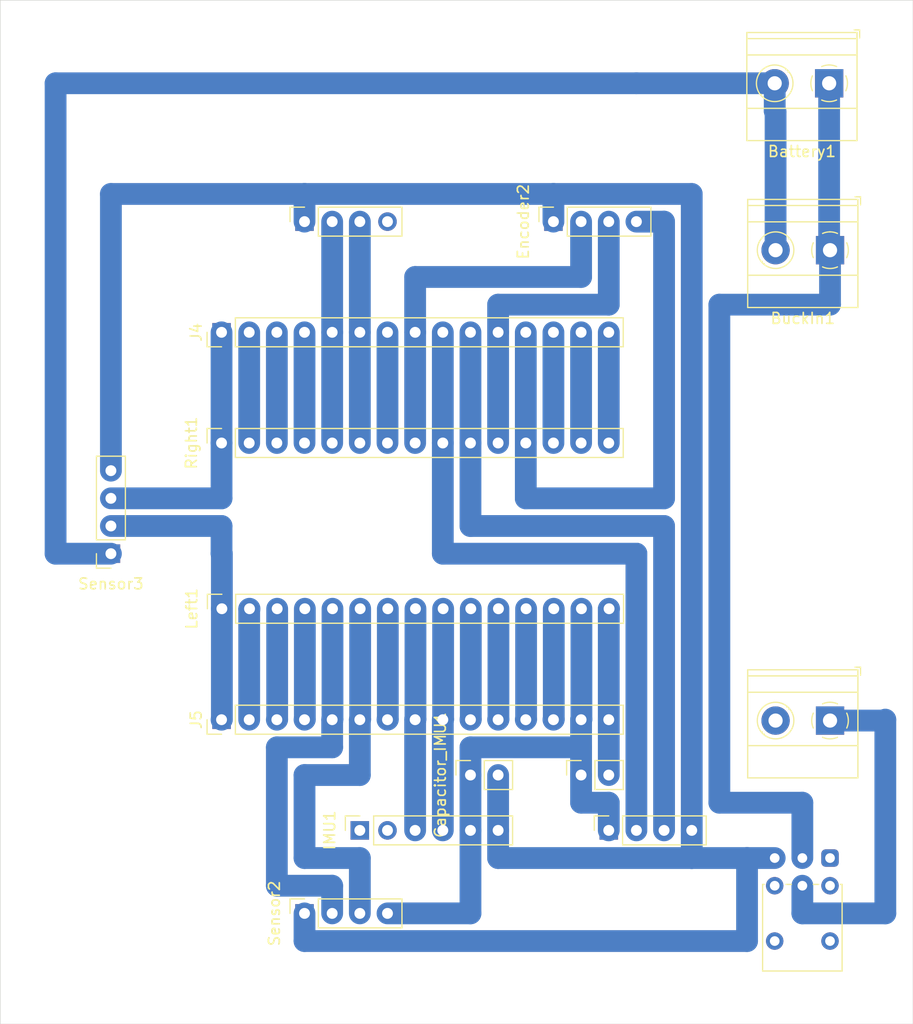
<source format=kicad_pcb>
(kicad_pcb (version 20240108) (generator "pcbnew") (generator_version "8.0")
  (layers (0 "F.Cu" signal) (31 "B.Cu" signal) (34 "B.Paste" user) (35 "F.Paste" user) (36 "B.SilkS" user "B.Silkscreen") (37 "F.SilkS" user "F.Silkscreen") (38 "B.Mask" user) (39 "F.Mask" user) (44 "Edge.Cuts" user))
  (net 0 "")
  (net 1 "12V")
  (net 2 "GND")
  (net 3 "5V")
  (net 4 "En1B")
  (net 5 "Vcc")
  (net 6 "En1A")
  (net 7 "En2A")
  (net 8 "En2B")
  (net 9 "SDA")
  (net 10 "SCL")
  (net 11 "unconnected-(J4-Pin_13-Pad13)")
  (net 12 "M1B")
  (net 13 "T3")
  (net 14 "unconnected-(J4-Pin_15-Pad15)")
  (net 15 "M1A")
  (net 16 "T1")
  (net 17 "E1")
  (net 18 "unconnected-(J4-Pin_14-Pad14)")
  (net 19 "M2B")
  (net 20 "M2A")
  (net 21 "unconnected-(J5-Pin_12-Pad12)")
  (net 22 "E3")
  (net 23 "unconnected-(J5-Pin_10-Pad10)")
  (net 24 "unconnected-(J5-Pin_4-Pad4)")
  (net 25 "unconnected-(J5-Pin_13-Pad13)")
  (net 26 "E2")
  (net 27 "T2")
  (net 28 "unconnected-(J5-Pin_2-Pad2)")
  (net 29 "unconnected-(J5-Pin_3-Pad3)")
  (net 30 "unconnected-(J5-Pin_11-Pad11)")
  (net 31 "unconnected-(J5-Pin_7-Pad7)")
  (net 34 "Vm")
  (footprint "Button_Switch_THT:SW_Push_2P2T_Vertical_E-Switch_800UDP8P1A1M6" (layer "F.Cu") (at 187.96 114.3 -90)
    (property "Reference" "KillSwitch1" (hide yes))
    (property "Value" "SW_Push_DPDT" (hide yes))
    (fp_line (start 2.42 6.19) (end 10.37 6.19) (stroke (width 0.12)) (layer "F.SilkS"))
    (fp_line (start 2.42 6.19) (end 2.42 6.04) (stroke (width 0.12)) (layer "F.SilkS"))
    (fp_line (start 10.37 6.19) (end 10.37 -1.11) (stroke (width 0.12)) (layer "F.SilkS"))
    (fp_line (start 2.42 4.04) (end 2.42 3.54) (stroke (width 0.12)) (layer "F.SilkS"))
    (fp_line (start 2.42 1.54) (end 2.42 1.04) (stroke (width 0.12)) (layer "F.SilkS"))
    (fp_line (start 2.42 -1.11) (end 2.42 -0.96) (stroke (width 0.12)) (layer "F.SilkS"))
    (fp_line (start 10.37 -1.11) (end 2.42 -1.11) (stroke (width 0.12)) (layer "F.SilkS"))
    (pad "" thru_hole circle (at 7.62 0 90) (size 1.6 1.6) (drill 0.89) (layers "*.Cu" "*.Mask"))
    (pad "" thru_hole circle (at 7.62 5.08 90) (size 1.6 1.6) (drill 0.89) (layers "*.Cu" "*.Mask"))
    (pad "1" thru_hole roundrect (at 0 0 90) (size 1.6 1.6) (drill 0.89) (layers "*.Cu" "*.Mask"))
    (pad "2" thru_hole circle (at 0 2.54 90) (size 1.6 1.6) (drill 0.89) (layers "*.Cu" "*.Mask") (net 1 "12V"))
    (pad "3" thru_hole circle (at 0 5.08 90) (size 1.6 1.6) (drill 0.89) (layers "*.Cu" "*.Mask") (net 5 "Vcc"))
    (pad "4" thru_hole circle (at 2.54 0 90) (size 1.6 1.6) (drill 0.89) (layers "*.Cu" "*.Mask"))
    (pad "5" thru_hole circle (at 2.54 2.54 90) (size 1.6 1.6) (drill 0.89) (layers "*.Cu" "*.Mask") (net 3 "5V"))
    (pad "6" thru_hole circle (at 2.54 5.08 90) (size 1.6 1.6) (drill 0.89) (layers "*.Cu" "*.Mask") (net 34 "Vm"))
  )
  (footprint "Connector_PinSocket_2.54mm:PinSocket_1x04_P2.54mm_Vertical" (layer "F.Cu") (at 167.64 111.76 90)
    (property "Reference" "Encoder1" (hide yes))
    (property "Value" "Conn_01x04_Socket")
    (fp_line (start 1.33 -1.33) (end 1.33 0) (stroke (width 0.12)) (layer "F.SilkS"))
    (fp_line (start 0 -1.33) (end 1.33 -1.33) (stroke (width 0.12)) (layer "F.SilkS"))
    (fp_line (start 1.33 1.27) (end 1.33 8.95) (stroke (width 0.12)) (layer "F.SilkS"))
    (fp_line (start -1.33 1.27) (end 1.33 1.27) (stroke (width 0.12)) (layer "F.SilkS"))
    (fp_line (start -1.33 1.27) (end -1.33 8.95) (stroke (width 0.12)) (layer "F.SilkS"))
    (fp_line (start -1.33 8.95) (end 1.33 8.95) (stroke (width 0.12)) (layer "F.SilkS"))
    (pad "1" thru_hole rect (at 0 0 90) (size 1.7 1.7) (drill 1) (layers "*.Cu" "*.Mask") (net 2 "GND"))
    (pad "2" thru_hole oval (at 0 2.54 90) (size 1.7 1.7) (drill 1) (layers "*.Cu" "*.Mask") (net 4 "En1B"))
    (pad "3" thru_hole oval (at 0 5.08 90) (size 1.7 1.7) (drill 1) (layers "*.Cu" "*.Mask") (net 6 "En1A"))
    (pad "4" thru_hole oval (at 0 7.62 90) (size 1.7 1.7) (drill 1) (layers "*.Cu" "*.Mask") (net 5 "Vcc"))
  )
  (footprint "Connector_PinSocket_2.54mm:PinSocket_1x02_P2.54mm_Vertical" (layer "F.Cu") (at 165.1 106.68 90)
    (property "Reference" "Capacitor_Nano1" (hide yes))
    (property "Value" "Conn_01x02_Socket")
    (fp_line (start 1.33 -1.33) (end 1.33 0) (stroke (width 0.12)) (layer "F.SilkS"))
    (fp_line (start 0 -1.33) (end 1.33 -1.33) (stroke (width 0.12)) (layer "F.SilkS"))
    (fp_line (start 1.33 1.27) (end 1.33 3.87) (stroke (width 0.12)) (layer "F.SilkS"))
    (fp_line (start -1.33 1.27) (end 1.33 1.27) (stroke (width 0.12)) (layer "F.SilkS"))
    (fp_line (start -1.33 1.27) (end -1.33 3.87) (stroke (width 0.12)) (layer "F.SilkS"))
    (fp_line (start -1.33 3.87) (end 1.33 3.87) (stroke (width 0.12)) (layer "F.SilkS"))
    (pad "1" thru_hole rect (at 0 0 90) (size 1.7 1.7) (drill 1) (layers "*.Cu" "*.Mask") (net 2 "GND"))
    (pad "2" thru_hole oval (at 0 2.54 90) (size 1.7 1.7) (drill 1) (layers "*.Cu" "*.Mask") (net 3 "5V"))
  )
  (footprint "Connector_PinSocket_2.54mm:PinSocket_1x15_P2.54mm_Vertical" (layer "F.Cu") (at 132.11 91.415 90)
    (property "Reference" "Left1" (at 0 -2.77 90) (layer "F.SilkS"))
    (property "Value" "Conn_01x15_Socket")
    (fp_line (start 1.33 -1.33) (end 1.33 0) (stroke (width 0.12)) (layer "F.SilkS"))
    (fp_line (start 0 -1.33) (end 1.33 -1.33) (stroke (width 0.12)) (layer "F.SilkS"))
    (fp_line (start 1.33 1.27) (end 1.33 36.89) (stroke (width 0.12)) (layer "F.SilkS"))
    (fp_line (start -1.33 1.27) (end 1.33 1.27) (stroke (width 0.12)) (layer "F.SilkS"))
    (fp_line (start -1.33 1.27) (end -1.33 36.89) (stroke (width 0.12)) (layer "F.SilkS"))
    (fp_line (start -1.33 36.89) (end 1.33 36.89) (stroke (width 0.12)) (layer "F.SilkS"))
    (pad "1" thru_hole rect (at 0 0 90) (size 1.7 1.7) (drill 1) (layers "*.Cu" "*.Mask") (net 22 "E3"))
    (pad "2" thru_hole oval (at 0 2.54 90) (size 1.7 1.7) (drill 1) (layers "*.Cu" "*.Mask") (net 28 "unconnected-(J5-Pin_2-Pad2)"))
    (pad "3" thru_hole oval (at 0 5.08 90) (size 1.7 1.7) (drill 1) (layers "*.Cu" "*.Mask") (net 29 "unconnected-(J5-Pin_3-Pad3)"))
    (pad "4" thru_hole oval (at 0 7.62 90) (size 1.7 1.7) (drill 1) (layers "*.Cu" "*.Mask") (net 24 "unconnected-(J5-Pin_4-Pad4)"))
    (pad "5" thru_hole oval (at 0 10.16 90) (size 1.7 1.7) (drill 1) (layers "*.Cu" "*.Mask") (net 27 "T2"))
    (pad "6" thru_hole oval (at 0 12.7 90) (size 1.7 1.7) (drill 1) (layers "*.Cu" "*.Mask") (net 26 "E2"))
    (pad "7" thru_hole oval (at 0 15.24 90) (size 1.7 1.7) (drill 1) (layers "*.Cu" "*.Mask") (net 31 "unconnected-(J5-Pin_7-Pad7)"))
    (pad "8" thru_hole oval (at 0 17.78 90) (size 1.7 1.7) (drill 1) (layers "*.Cu" "*.Mask") (net 9 "SDA"))
    (pad "9" thru_hole oval (at 0 20.32 90) (size 1.7 1.7) (drill 1) (layers "*.Cu" "*.Mask") (net 10 "SCL"))
    (pad "10" thru_hole oval (at 0 22.86 90) (size 1.7 1.7) (drill 1) (layers "*.Cu" "*.Mask") (net 23 "unconnected-(J5-Pin_10-Pad10)"))
    (pad "11" thru_hole oval (at 0 25.4 90) (size 1.7 1.7) (drill 1) (layers "*.Cu" "*.Mask") (net 30 "unconnected-(J5-Pin_11-Pad11)"))
    (pad "12" thru_hole oval (at 0 27.94 90) (size 1.7 1.7) (drill 1) (layers "*.Cu" "*.Mask") (net 21 "unconnected-(J5-Pin_12-Pad12)"))
    (pad "13" thru_hole oval (at 0 30.48 90) (size 1.7 1.7) (drill 1) (layers "*.Cu" "*.Mask") (net 25 "unconnected-(J5-Pin_13-Pad13)"))
    (pad "14" thru_hole oval (at 0 33.02 90) (size 1.7 1.7) (drill 1) (layers "*.Cu" "*.Mask") (net 2 "GND"))
    (pad "15" thru_hole oval (at 0 35.56 90) (size 1.7 1.7) (drill 1) (layers "*.Cu" "*.Mask") (net 3 "5V"))
  )
  (footprint "TerminalBlock_Phoenix:TerminalBlock_Phoenix_MKDS-1,5-2_1x02_P5.00mm_Horizontal" (layer "F.Cu") (at 187.96 101.68 180)
    (property "Reference" "BuckOut1" (hide yes))
    (property "Value" "Screw_Terminal_01x02" (hide yes))
    (fp_line (start 7.56 -5.261) (end 7.56 4.66) (stroke (width 0.12)) (layer "F.SilkS"))
    (fp_line (start 6.275 -1.069) (end 6.228 -1.023) (stroke (width 0.12)) (layer "F.SilkS"))
    (fp_line (start 6.07 -1.275) (end 6.035 -1.239) (stroke (width 0.12)) (layer "F.SilkS"))
    (fp_line (start 3.966 1.239) (end 3.931 1.274) (stroke (width 0.12)) (layer "F.SilkS"))
    (fp_line (start 3.773 1.023) (end 3.726 1.069) (stroke (width 0.12)) (layer "F.SilkS"))
    (fp_line (start -2.56 4.66) (end 7.56 4.66) (stroke (width 0.12)) (layer "F.SilkS"))
    (fp_line (start -2.56 4.1) (end 7.56 4.1) (stroke (width 0.12)) (layer "F.SilkS"))
    (fp_line (start -2.56 2.6) (end 7.56 2.6) (stroke (width 0.12)) (layer "F.SilkS"))
    (fp_line (start -2.56 -2.301) (end 7.56 -2.301) (stroke (width 0.12)) (layer "F.SilkS"))
    (fp_line (start -2.56 -5.261) (end 7.56 -5.261) (stroke (width 0.12)) (layer "F.SilkS"))
    (fp_line (start -2.56 -5.261) (end -2.56 4.66) (stroke (width 0.12)) (layer "F.SilkS"))
    (fp_line (start -2.8 4.9) (end -2.3 4.9) (stroke (width 0.12)) (layer "F.SilkS"))
    (fp_line (start -2.8 4.16) (end -2.8 4.9) (stroke (width 0.12)) (layer "F.SilkS"))
    (fp_arc (start 1.535427 -0.683042) (mid 1.680501 0.000524) (end 1.535 0.684) (stroke (width 0.12)) (layer "F.SilkS"))
    (fp_arc (start 0.683318 1.534756) (mid 0.349292 1.643288) (end 0 1.68) (stroke (width 0.12)) (layer "F.SilkS"))
    (fp_arc (start 0.028805 1.680253) (mid -0.335551 1.646659) (end -0.684 1.535) (stroke (width 0.12)) (layer "F.SilkS"))
    (fp_arc (start -0.683042 -1.535427) (mid 0.000524 -1.680501) (end 0.684 -1.535) (stroke (width 0.12)) (layer "F.SilkS"))
    (fp_arc (start -1.535427 0.683042) (mid -1.680501 -0.000524) (end -1.535 -0.684) (stroke (width 0.12)) (layer "F.SilkS"))
    (fp_circle (center 5 0) (end 6.68 0) (stroke (width 0.12)) (fill none) (layer "F.SilkS"))
    (pad "1" thru_hole rect (at 0 0 180) (size 2.6 2.6) (drill 1.3) (layers "*.Cu" "*.Mask") (net 3 "5V"))
    (pad "2" thru_hole circle (at 5 0 180) (size 2.6 2.6) (drill 1.3) (layers "*.Cu" "*.Mask") (net 2 "GND"))
  )
  (footprint "Connector_PinSocket_2.54mm:PinSocket_1x04_P2.54mm_Vertical" (layer "F.Cu") (at 139.7 119.38 90)
    (property "Reference" "Sensor2" (at 0 -2.77 90) (layer "F.SilkS"))
    (property "Value" "Conn_01x04_Socket")
    (fp_line (start 1.33 -1.33) (end 1.33 0) (stroke (width 0.12)) (layer "F.SilkS"))
    (fp_line (start 0 -1.33) (end 1.33 -1.33) (stroke (width 0.12)) (layer "F.SilkS"))
    (fp_line (start 1.33 1.27) (end 1.33 8.95) (stroke (width 0.12)) (layer "F.SilkS"))
    (fp_line (start -1.33 1.27) (end 1.33 1.27) (stroke (width 0.12)) (layer "F.SilkS"))
    (fp_line (start -1.33 1.27) (end -1.33 8.95) (stroke (width 0.12)) (layer "F.SilkS"))
    (fp_line (start -1.33 8.95) (end 1.33 8.95) (stroke (width 0.12)) (layer "F.SilkS"))
    (pad "1" thru_hole rect (at 0 0 90) (size 1.7 1.7) (drill 1) (layers "*.Cu" "*.Mask") (net 5 "Vcc"))
    (pad "2" thru_hole oval (at 0 2.54 90) (size 1.7 1.7) (drill 1) (layers "*.Cu" "*.Mask") (net 27 "T2"))
    (pad "3" thru_hole oval (at 0 5.08 90) (size 1.7 1.7) (drill 1) (layers "*.Cu" "*.Mask") (net 26 "E2"))
    (pad "4" thru_hole oval (at 0 7.62 90) (size 1.7 1.7) (drill 1) (layers "*.Cu" "*.Mask") (net 2 "GND"))
  )
  (footprint "Connector_PinSocket_2.54mm:PinSocket_1x04_P2.54mm_Vertical" (layer "F.Cu") (at 139.7 55.88 90)
    (property "Reference" "Sensor1" (hide yes))
    (property "Value" "Conn_01x04_Socket")
    (fp_line (start 1.33 -1.33) (end 1.33 0) (stroke (width 0.12)) (layer "F.SilkS"))
    (fp_line (start 0 -1.33) (end 1.33 -1.33) (stroke (width 0.12)) (layer "F.SilkS"))
    (fp_line (start 1.33 1.27) (end 1.33 8.95) (stroke (width 0.12)) (layer "F.SilkS"))
    (fp_line (start -1.33 1.27) (end 1.33 1.27) (stroke (width 0.12)) (layer "F.SilkS"))
    (fp_line (start -1.33 1.27) (end -1.33 8.95) (stroke (width 0.12)) (layer "F.SilkS"))
    (fp_line (start -1.33 8.95) (end 1.33 8.95) (stroke (width 0.12)) (layer "F.SilkS"))
    (pad "1" thru_hole rect (at 0 0 90) (size 1.7 1.7) (drill 1) (layers "*.Cu" "*.Mask") (net 5 "Vcc"))
    (pad "2" thru_hole oval (at 0 2.54 90) (size 1.7 1.7) (drill 1) (layers "*.Cu" "*.Mask") (net 16 "T1"))
    (pad "3" thru_hole oval (at 0 5.08 90) (size 1.7 1.7) (drill 1) (layers "*.Cu" "*.Mask") (net 17 "E1"))
    (pad "4" thru_hole oval (at 0 7.62 90) (size 1.7 1.7) (drill 1) (layers "*.Cu" "*.Mask") (net 2 "GND"))
  )
  (footprint "Connector_PinSocket_2.54mm:PinSocket_1x04_P2.54mm_Vertical" (layer "F.Cu") (at 121.92 86.36 180)
    (property "Reference" "Sensor3" (at 0 -2.77 360) (layer "F.SilkS"))
    (property "Value" "Conn_01x04_Socket" (hide yes))
    (fp_line (start 1.33 1.27) (end 1.33 8.95) (stroke (width 0.12)) (layer "F.SilkS"))
    (fp_line (start 1.33 -1.33) (end 1.33 0) (stroke (width 0.12)) (layer "F.SilkS"))
    (fp_line (start 0 -1.33) (end 1.33 -1.33) (stroke (width 0.12)) (layer "F.SilkS"))
    (fp_line (start -1.33 8.95) (end 1.33 8.95) (stroke (width 0.12)) (layer "F.SilkS"))
    (fp_line (start -1.33 1.27) (end 1.33 1.27) (stroke (width 0.12)) (layer "F.SilkS"))
    (fp_line (start -1.33 1.27) (end -1.33 8.95) (stroke (width 0.12)) (layer "F.SilkS"))
    (pad "1" thru_hole rect (at 0 0 180) (size 1.7 1.7) (drill 1) (layers "*.Cu" "*.Mask") (net 2 "GND"))
    (pad "2" thru_hole oval (at 0 2.54 180) (size 1.7 1.7) (drill 1) (layers "*.Cu" "*.Mask") (net 22 "E3"))
    (pad "3" thru_hole oval (at 0 5.08 180) (size 1.7 1.7) (drill 1) (layers "*.Cu" "*.Mask") (net 13 "T3"))
    (pad "4" thru_hole oval (at 0 7.62 180) (size 1.7 1.7) (drill 1) (layers "*.Cu" "*.Mask") (net 5 "Vcc"))
  )
  (footprint "Connector_PinSocket_2.54mm:PinSocket_1x06_P2.54mm_Vertical" (layer "F.Cu") (at 144.78 111.76 90)
    (property "Reference" "IMU1" (at 0 -2.77 90) (layer "F.SilkS"))
    (property "Value" "Conn_01x06_Socket" (hide yes))
    (fp_line (start 1.33 -1.33) (end 1.33 0) (stroke (width 0.12)) (layer "F.SilkS"))
    (fp_line (start 0 -1.33) (end 1.33 -1.33) (stroke (width 0.12)) (layer "F.SilkS"))
    (fp_line (start 1.33 1.27) (end 1.33 14.03) (stroke (width 0.12)) (layer "F.SilkS"))
    (fp_line (start -1.33 1.27) (end 1.33 1.27) (stroke (width 0.12)) (layer "F.SilkS"))
    (fp_line (start -1.33 1.27) (end -1.33 14.03) (stroke (width 0.12)) (layer "F.SilkS"))
    (fp_line (start -1.33 14.03) (end 1.33 14.03) (stroke (width 0.12)) (layer "F.SilkS"))
    (pad "1" thru_hole rect (at 0 0 90) (size 1.7 1.7) (drill 1) (layers "*.Cu" "*.Mask"))
    (pad "2" thru_hole oval (at 0 2.54 90) (size 1.7 1.7) (drill 1) (layers "*.Cu" "*.Mask"))
    (pad "3" thru_hole oval (at 0 5.08 90) (size 1.7 1.7) (drill 1) (layers "*.Cu" "*.Mask") (net 9 "SDA"))
    (pad "4" thru_hole oval (at 0 7.62 90) (size 1.7 1.7) (drill 1) (layers "*.Cu" "*.Mask") (net 10 "SCL"))
    (pad "5" thru_hole oval (at 0 10.16 90) (size 1.7 1.7) (drill 1) (layers "*.Cu" "*.Mask") (net 2 "GND"))
    (pad "6" thru_hole oval (at 0 12.7 90) (size 1.7 1.7) (drill 1) (layers "*.Cu" "*.Mask") (net 5 "Vcc"))
  )
  (footprint "TerminalBlock_Phoenix:TerminalBlock_Phoenix_MKDS-1,5-2_1x02_P5.00mm_Horizontal" (layer "F.Cu") (at 187.96 58.5 180)
    (property "Reference" "BuckIn1" (at 2.5 -6.26 360) (layer "F.SilkS"))
    (property "Value" "Screw_Terminal_01x02")
    (fp_line (start 7.56 -5.261) (end 7.56 4.66) (stroke (width 0.12)) (layer "F.SilkS"))
    (fp_line (start 6.275 -1.069) (end 6.228 -1.023) (stroke (width 0.12)) (layer "F.SilkS"))
    (fp_line (start 6.07 -1.275) (end 6.035 -1.239) (stroke (width 0.12)) (layer "F.SilkS"))
    (fp_line (start 3.966 1.239) (end 3.931 1.274) (stroke (width 0.12)) (layer "F.SilkS"))
    (fp_line (start 3.773 1.023) (end 3.726 1.069) (stroke (width 0.12)) (layer "F.SilkS"))
    (fp_line (start -2.56 4.66) (end 7.56 4.66) (stroke (width 0.12)) (layer "F.SilkS"))
    (fp_line (start -2.56 4.1) (end 7.56 4.1) (stroke (width 0.12)) (layer "F.SilkS"))
    (fp_line (start -2.56 2.6) (end 7.56 2.6) (stroke (width 0.12)) (layer "F.SilkS"))
    (fp_line (start -2.56 -2.301) (end 7.56 -2.301) (stroke (width 0.12)) (layer "F.SilkS"))
    (fp_line (start -2.56 -5.261) (end 7.56 -5.261) (stroke (width 0.12)) (layer "F.SilkS"))
    (fp_line (start -2.56 -5.261) (end -2.56 4.66) (stroke (width 0.12)) (layer "F.SilkS"))
    (fp_line (start -2.8 4.9) (end -2.3 4.9) (stroke (width 0.12)) (layer "F.SilkS"))
    (fp_line (start -2.8 4.16) (end -2.8 4.9) (stroke (width 0.12)) (layer "F.SilkS"))
    (fp_arc (start 1.535427 -0.683042) (mid 1.680501 0.000524) (end 1.535 0.684) (stroke (width 0.12)) (layer "F.SilkS"))
    (fp_arc (start 0.683318 1.534756) (mid 0.349292 1.643288) (end 0 1.68) (stroke (width 0.12)) (layer "F.SilkS"))
    (fp_arc (start 0.028805 1.680253) (mid -0.335551 1.646659) (end -0.684 1.535) (stroke (width 0.12)) (layer "F.SilkS"))
    (fp_arc (start -0.683042 -1.535427) (mid 0.000524 -1.680501) (end 0.684 -1.535) (stroke (width 0.12)) (layer "F.SilkS"))
    (fp_arc (start -1.535427 0.683042) (mid -1.680501 -0.000524) (end -1.535 -0.684) (stroke (width 0.12)) (layer "F.SilkS"))
    (fp_circle (center 5 0) (end 6.68 0) (stroke (width 0.12)) (fill none) (layer "F.SilkS"))
    (pad "1" thru_hole rect (at 0 0 180) (size 2.6 2.6) (drill 1.3) (layers "*.Cu" "*.Mask") (net 1 "12V"))
    (pad "2" thru_hole circle (at 5 0 180) (size 2.6 2.6) (drill 1.3) (layers "*.Cu" "*.Mask") (net 2 "GND"))
  )
  (footprint "Connector_PinSocket_2.54mm:PinSocket_1x02_P2.54mm_Vertical" (layer "F.Cu") (at 154.94 106.68 90)
    (property "Reference" "Capacitor_IMU1" (at 0 -2.77 90) (layer "F.SilkS"))
    (property "Value" "Conn_01x02_Socket")
    (fp_line (start 1.33 -1.33) (end 1.33 0) (stroke (width 0.12)) (layer "F.SilkS"))
    (fp_line (start 0 -1.33) (end 1.33 -1.33) (stroke (width 0.12)) (layer "F.SilkS"))
    (fp_line (start 1.33 1.27) (end 1.33 3.87) (stroke (width 0.12)) (layer "F.SilkS"))
    (fp_line (start -1.33 1.27) (end 1.33 1.27) (stroke (width 0.12)) (layer "F.SilkS"))
    (fp_line (start -1.33 1.27) (end -1.33 3.87) (stroke (width 0.12)) (layer "F.SilkS"))
    (fp_line (start -1.33 3.87) (end 1.33 3.87) (stroke (width 0.12)) (layer "F.SilkS"))
    (pad "1" thru_hole rect (at 0 0 90) (size 1.7 1.7) (drill 1) (layers "*.Cu" "*.Mask") (net 2 "GND"))
    (pad "2" thru_hole oval (at 0 2.54 90) (size 1.7 1.7) (drill 1) (layers "*.Cu" "*.Mask") (net 5 "Vcc"))
  )
  (footprint "Connector_PinSocket_2.54mm:PinSocket_1x15_P2.54mm_Vertical" (layer "F.Cu") (at 132.08 76.2 90)
    (property "Reference" "Right1" (at 0 -2.77 90) (layer "F.SilkS"))
    (property "Value" "Conn_01x15_Socket")
    (fp_line (start 1.33 -1.33) (end 1.33 0) (stroke (width 0.12)) (layer "F.SilkS"))
    (fp_line (start 0 -1.33) (end 1.33 -1.33) (stroke (width 0.12)) (layer "F.SilkS"))
    (fp_line (start 1.33 1.27) (end 1.33 36.89) (stroke (width 0.12)) (layer "F.SilkS"))
    (fp_line (start -1.33 1.27) (end 1.33 1.27) (stroke (width 0.12)) (layer "F.SilkS"))
    (fp_line (start -1.33 1.27) (end -1.33 36.89) (stroke (width 0.12)) (layer "F.SilkS"))
    (fp_line (start -1.33 36.89) (end 1.33 36.89) (stroke (width 0.12)) (layer "F.SilkS"))
    (pad "1" thru_hole rect (at 0 0 90) (size 1.7 1.7) (drill 1) (layers "*.Cu" "*.Mask") (net 13 "T3"))
    (pad "2" thru_hole oval (at 0 2.54 90) (size 1.7 1.7) (drill 1) (layers "*.Cu" "*.Mask") (net 15 "M1A"))
    (pad "3" thru_hole oval (at 0 5.08 90) (size 1.7 1.7) (drill 1) (layers "*.Cu" "*.Mask") (net 12 "M1B"))
    (pad "4" thru_hole oval (at 0 7.62 90) (size 1.7 1.7) (drill 1) (layers "*.Cu" "*.Mask") (net 19 "M2B"))
    (pad "5" thru_hole oval (at 0 10.16 90) (size 1.7 1.7) (drill 1) (layers "*.Cu" "*.Mask") (net 16 "T1"))
    (pad "6" thru_hole oval (at 0 12.7 90) (size 1.7 1.7) (drill 1) (layers "*.Cu" "*.Mask") (net 17 "E1"))
    (pad "7" thru_hole oval (at 0 15.24 90) (size 1.7 1.7) (drill 1) (layers "*.Cu" "*.Mask") (net 20 "M2A"))
    (pad "8" thru_hole oval (at 0 17.78 90) (size 1.7 1.7) (drill 1) (layers "*.Cu" "*.Mask") (net 7 "En2A"))
    (pad "9" thru_hole oval (at 0 20.32 90) (size 1.7 1.7) (drill 1) (layers "*.Cu" "*.Mask") (net 4 "En1B"))
    (pad "10" thru_hole oval (at 0 22.86 90) (size 1.7 1.7) (drill 1) (layers "*.Cu" "*.Mask") (net 6 "En1A"))
    (pad "11" thru_hole oval (at 0 25.4 90) (size 1.7 1.7) (drill 1) (layers "*.Cu" "*.Mask") (net 8 "En2B"))
    (pad "12" thru_hole oval (at 0 27.94 90) (size 1.7 1.7) (drill 1) (layers "*.Cu" "*.Mask") (net 2 "GND"))
    (pad "13" thru_hole oval (at 0 30.48 90) (size 1.7 1.7) (drill 1) (layers "*.Cu" "*.Mask") (net 11 "unconnected-(J4-Pin_13-Pad13)"))
    (pad "14" thru_hole oval (at 0 33.02 90) (size 1.7 1.7) (drill 1) (layers "*.Cu" "*.Mask") (net 18 "unconnected-(J4-Pin_14-Pad14)"))
    (pad "15" thru_hole oval (at 0 35.56 90) (size 1.7 1.7) (drill 1) (layers "*.Cu" "*.Mask") (net 14 "unconnected-(J4-Pin_15-Pad15)"))
  )
  (footprint "Connector_PinHeader_2.54mm:PinHeader_1x15_P2.54mm_Vertical" (layer "F.Cu") (at 132.08 66.04 90)
    (property "Reference" "J4" (at 0 -2.33 90) (layer "F.SilkS"))
    (property "Value" "Conn_01x15_Pin")
    (fp_line (start -1.33 -1.33) (end 0 -1.33) (stroke (width 0.12)) (layer "F.SilkS"))
    (fp_line (start -1.33 0) (end -1.33 -1.33) (stroke (width 0.12)) (layer "F.SilkS"))
    (fp_line (start 1.33 1.27) (end 1.33 36.89) (stroke (width 0.12)) (layer "F.SilkS"))
    (fp_line (start -1.33 1.27) (end 1.33 1.27) (stroke (width 0.12)) (layer "F.SilkS"))
    (fp_line (start -1.33 1.27) (end -1.33 36.89) (stroke (width 0.12)) (layer "F.SilkS"))
    (fp_line (start -1.33 36.89) (end 1.33 36.89) (stroke (width 0.12)) (layer "F.SilkS"))
    (pad "1" thru_hole rect (at 0 0 90) (size 1.7 1.7) (drill 1) (layers "*.Cu" "*.Mask") (net 13 "T3"))
    (pad "2" thru_hole oval (at 0 2.54 90) (size 1.7 1.7) (drill 1) (layers "*.Cu" "*.Mask") (net 15 "M1A"))
    (pad "3" thru_hole oval (at 0 5.08 90) (size 1.7 1.7) (drill 1) (layers "*.Cu" "*.Mask") (net 12 "M1B"))
    (pad "4" thru_hole oval (at 0 7.62 90) (size 1.7 1.7) (drill 1) (layers "*.Cu" "*.Mask") (net 19 "M2B"))
    (pad "5" thru_hole oval (at 0 10.16 90) (size 1.7 1.7) (drill 1) (layers "*.Cu" "*.Mask") (net 16 "T1"))
    (pad "6" thru_hole oval (at 0 12.7 90) (size 1.7 1.7) (drill 1) (layers "*.Cu" "*.Mask") (net 17 "E1"))
    (pad "7" thru_hole oval (at 0 15.24 90) (size 1.7 1.7) (drill 1) (layers "*.Cu" "*.Mask") (net 20 "M2A"))
    (pad "8" thru_hole oval (at 0 17.78 90) (size 1.7 1.7) (drill 1) (layers "*.Cu" "*.Mask") (net 7 "En2A"))
    (pad "9" thru_hole oval (at 0 20.32 90) (size 1.7 1.7) (drill 1) (layers "*.Cu" "*.Mask") (net 4 "En1B"))
    (pad "10" thru_hole oval (at 0 22.86 90) (size 1.7 1.7) (drill 1) (layers "*.Cu" "*.Mask") (net 6 "En1A"))
    (pad "11" thru_hole oval (at 0 25.4 90) (size 1.7 1.7) (drill 1) (layers "*.Cu" "*.Mask") (net 8 "En2B"))
    (pad "12" thru_hole oval (at 0 27.94 90) (size 1.7 1.7) (drill 1) (layers "*.Cu" "*.Mask") (net 2 "GND"))
    (pad "13" thru_hole oval (at 0 30.48 90) (size 1.7 1.7) (drill 1) (layers "*.Cu" "*.Mask") (net 11 "unconnected-(J4-Pin_13-Pad13)"))
    (pad "14" thru_hole oval (at 0 33.02 90) (size 1.7 1.7) (drill 1) (layers "*.Cu" "*.Mask") (net 18 "unconnected-(J4-Pin_14-Pad14)"))
    (pad "15" thru_hole oval (at 0 35.56 90) (size 1.7 1.7) (drill 1) (layers "*.Cu" "*.Mask") (net 14 "unconnected-(J4-Pin_15-Pad15)"))
  )
  (footprint "TerminalBlock_Phoenix:TerminalBlock_Phoenix_MKDS-1,5-2_1x02_P5.00mm_Horizontal" (layer "F.Cu") (at 187.88 43.18 180)
    (property "Reference" "Battery1" (at 2.5 -6.26 360) (layer "F.SilkS"))
    (property "Value" "Screw_Terminal_01x02")
    (fp_line (start 7.56 -5.261) (end 7.56 4.66) (stroke (width 0.12)) (layer "F.SilkS"))
    (fp_line (start 6.275 -1.069) (end 6.228 -1.023) (stroke (width 0.12)) (layer "F.SilkS"))
    (fp_line (start 6.07 -1.275) (end 6.035 -1.239) (stroke (width 0.12)) (layer "F.SilkS"))
    (fp_line (start 3.966 1.239) (end 3.931 1.274) (stroke (width 0.12)) (layer "F.SilkS"))
    (fp_line (start 3.773 1.023) (end 3.726 1.069) (stroke (width 0.12)) (layer "F.SilkS"))
    (fp_line (start -2.56 4.66) (end 7.56 4.66) (stroke (width 0.12)) (layer "F.SilkS"))
    (fp_line (start -2.56 4.1) (end 7.56 4.1) (stroke (width 0.12)) (layer "F.SilkS"))
    (fp_line (start -2.56 2.6) (end 7.56 2.6) (stroke (width 0.12)) (layer "F.SilkS"))
    (fp_line (start -2.56 -2.301) (end 7.56 -2.301) (stroke (width 0.12)) (layer "F.SilkS"))
    (fp_line (start -2.56 -5.261) (end 7.56 -5.261) (stroke (width 0.12)) (layer "F.SilkS"))
    (fp_line (start -2.56 -5.261) (end -2.56 4.66) (stroke (width 0.12)) (layer "F.SilkS"))
    (fp_line (start -2.8 4.9) (end -2.3 4.9) (stroke (width 0.12)) (layer "F.SilkS"))
    (fp_line (start -2.8 4.16) (end -2.8 4.9) (stroke (width 0.12)) (layer "F.SilkS"))
    (fp_arc (start 1.535427 -0.683042) (mid 1.680501 0.000524) (end 1.535 0.684) (stroke (width 0.12)) (layer "F.SilkS"))
    (fp_arc (start 0.683318 1.534756) (mid 0.349292 1.643288) (end 0 1.68) (stroke (width 0.12)) (layer "F.SilkS"))
    (fp_arc (start 0.028805 1.680253) (mid -0.335551 1.646659) (end -0.684 1.535) (stroke (width 0.12)) (layer "F.SilkS"))
    (fp_arc (start -0.683042 -1.535427) (mid 0.000524 -1.680501) (end 0.684 -1.535) (stroke (width 0.12)) (layer "F.SilkS"))
    (fp_arc (start -1.535427 0.683042) (mid -1.680501 -0.000524) (end -1.535 -0.684) (stroke (width 0.12)) (layer "F.SilkS"))
    (fp_circle (center 5 0) (end 6.68 0) (stroke (width 0.12)) (fill none) (layer "F.SilkS"))
    (pad "1" thru_hole rect (at 0 0 180) (size 2.6 2.6) (drill 1.3) (layers "*.Cu" "*.Mask") (net 1 "12V"))
    (pad "2" thru_hole circle (at 5 0 180) (size 2.6 2.6) (drill 1.3) (layers "*.Cu" "*.Mask") (net 2 "GND"))
  )
  (footprint "Connector_PinHeader_2.54mm:PinHeader_1x15_P2.54mm_Vertical" (layer "F.Cu") (at 132.08 101.6 90)
    (property "Reference" "J5" (at 0 -2.33 90) (layer "F.SilkS"))
    (property "Value" "Conn_01x15_Pin")
    (fp_line (start -1.33 -1.33) (end 0 -1.33) (stroke (width 0.12)) (layer "F.SilkS"))
    (fp_line (start -1.33 0) (end -1.33 -1.33) (stroke (width 0.12)) (layer "F.SilkS"))
    (fp_line (start 1.33 1.27) (end 1.33 36.89) (stroke (width 0.12)) (layer "F.SilkS"))
    (fp_line (start -1.33 1.27) (end 1.33 1.27) (stroke (width 0.12)) (layer "F.SilkS"))
    (fp_line (start -1.33 1.27) (end -1.33 36.89) (stroke (width 0.12)) (layer "F.SilkS"))
    (fp_line (start -1.33 36.89) (end 1.33 36.89) (stroke (width 0.12)) (layer "F.SilkS"))
    (pad "1" thru_hole rect (at 0 0 90) (size 1.7 1.7) (drill 1) (layers "*.Cu" "*.Mask") (net 22 "E3"))
    (pad "2" thru_hole oval (at 0 2.54 90) (size 1.7 1.7) (drill 1) (layers "*.Cu" "*.Mask") (net 28 "unconnected-(J5-Pin_2-Pad2)"))
    (pad "3" thru_hole oval (at 0 5.08 90) (size 1.7 1.7) (drill 1) (layers "*.Cu" "*.Mask") (net 29 "unconnected-(J5-Pin_3-Pad3)"))
    (pad "4" thru_hole oval (at 0 7.62 90) (size 1.7 1.7) (drill 1) (layers "*.Cu" "*.Mask") (net 24 "unconnected-(J5-Pin_4-Pad4)"))
    (pad "5" thru_hole oval (at 0 10.16 90) (size 1.7 1.7) (drill 1) (layers "*.Cu" "*.Mask") (net 27 "T2"))
    (pad "6" thru_hole oval (at 0 12.7 90) (size 1.7 1.7) (drill 1) (layers "*.Cu" "*.Mask") (net 26 "E2"))
    (pad "7" thru_hole oval (at 0 15.24 90) (size 1.7 1.7) (drill 1) (layers "*.Cu" "*.Mask") (net 31 "unconnected-(J5-Pin_7-Pad7)"))
    (pad "8" thru_hole oval (at 0 17.78 90) (size 1.7 1.7) (drill 1) (layers "*.Cu" "*.Mask") (net 9 "SDA"))
    (pad "9" thru_hole oval (at 0 20.32 90) (size 1.7 1.7) (drill 1) (layers "*.Cu" "*.Mask") (net 10 "SCL"))
    (pad "10" thru_hole oval (at 0 22.86 90) (size 1.7 1.7) (drill 1) (layers "*.Cu" "*.Mask") (net 23 "unconnected-(J5-Pin_10-Pad10)"))
    (pad "11" thru_hole oval (at 0 25.4 90) (size 1.7 1.7) (drill 1) (layers "*.Cu" "*.Mask") (net 30 "unconnected-(J5-Pin_11-Pad11)"))
    (pad "12" thru_hole oval (at 0 27.94 90) (size 1.7 1.7) (drill 1) (layers "*.Cu" "*.Mask") (net 21 "unconnected-(J5-Pin_12-Pad12)"))
    (pad "13" thru_hole oval (at 0 30.48 90) (size 1.7 1.7) (drill 1) (layers "*.Cu" "*.Mask") (net 25 "unconnected-(J5-Pin_13-Pad13)"))
    (pad "14" thru_hole oval (at 0 33.02 90) (size 1.7 1.7) (drill 1) (layers "*.Cu" "*.Mask") (net 2 "GND"))
    (pad "15" thru_hole oval (at 0 35.56 90) (size 1.7 1.7) (drill 1) (layers "*.Cu" "*.Mask") (net 3 "5V"))
  )
  (footprint "Connector_PinSocket_2.54mm:PinSocket_1x04_P2.54mm_Vertical" (layer "F.Cu") (at 162.56 55.88 90)
    (property "Reference" "Encoder2" (at 0 -2.77 90) (layer "F.SilkS"))
    (property "Value" "Conn_01x04_Socket")
    (fp_line (start 1.33 -1.33) (end 1.33 0) (stroke (width 0.12)) (layer "F.SilkS"))
    (fp_line (start 0 -1.33) (end 1.33 -1.33) (stroke (width 0.12)) (layer "F.SilkS"))
    (fp_line (start 1.33 1.27) (end 1.33 8.95) (stroke (width 0.12)) (layer "F.SilkS"))
    (fp_line (start -1.33 1.27) (end 1.33 1.27) (stroke (width 0.12)) (layer "F.SilkS"))
    (fp_line (start -1.33 1.27) (end -1.33 8.95) (stroke (width 0.12)) (layer "F.SilkS"))
    (fp_line (start -1.33 8.95) (end 1.33 8.95) (stroke (width 0.12)) (layer "F.SilkS"))
    (pad "1" thru_hole rect (at 0 0 90) (size 1.7 1.7) (drill 1) (layers "*.Cu" "*.Mask") (net 5 "Vcc"))
    (pad "2" thru_hole oval (at 0 2.54 90) (size 1.7 1.7) (drill 1) (layers "*.Cu" "*.Mask") (net 7 "En2A"))
    (pad "3" thru_hole oval (at 0 5.08 90) (size 1.7 1.7) (drill 1) (layers "*.Cu" "*.Mask") (net 8 "En2B"))
    (pad "4" thru_hole oval (at 0 7.62 90) (size 1.7 1.7) (drill 1) (layers "*.Cu" "*.Mask") (net 2 "GND"))
  )
  (gr_line (start 195.58 35.56) (end 195.58 129.54) (stroke (width 0.05)) (layer "Edge.Cuts"))
  (gr_line (start 111.76 35.56) (end 111.76 129.54) (stroke (width 0.05)) (layer "Edge.Cuts"))
  (gr_line (start 195.58 129.54) (end 111.76 129.54) (stroke (width 0.05)) (layer "Edge.Cuts"))
  (gr_line (start 111.76 35.56) (end 195.58 35.56) (stroke (width 0.05)) (layer "Edge.Cuts"))
  (segment (start 187.88 58.42) (end 187.96 58.5) (width 2) (layer "B.Cu") (net 1))
  (segment (start 185.42 109.22) (end 185.42 114.3) (width 2) (layer "B.Cu") (net 1))
  (segment (start 177.8 63.5) (end 187.96 63.5) (width 2) (layer "B.Cu") (net 1))
  (segment (start 177.8 109.22) (end 177.8 63.5) (width 2) (layer "B.Cu") (net 1))
  (segment (start 187.96 63.5) (end 187.96 58.5) (width 2) (layer "B.Cu") (net 1))
  (segment (start 187.88 43.18) (end 187.88 58.42) (width 2) (layer "B.Cu") (net 1))
  (segment (start 177.8 109.22) (end 185.42 109.22) (width 2) (layer "B.Cu") (net 1))
  (segment (start 154.94 119.38) (end 154.94 111.76) (width 2) (layer "B.Cu") (net 2))
  (segment (start 182.88 43.18) (end 182.88 45.72) (width 2) (layer "B.Cu") (net 2))
  (segment (start 182.88 43.18) (end 170.18 43.18) (width 2) (layer "B.Cu") (net 2))
  (segment (start 147.32 119.38) (end 154.94 119.38) (width 2) (layer "B.Cu") (net 2))
  (segment (start 165.13 91.415) (end 165.13 101.57) (width 2) (layer "B.Cu") (net 2))
  (segment (start 160.02 76.2) (end 160.02 66.04) (width 2) (layer "B.Cu") (net 2))
  (segment (start 165.1 109.22) (end 167.64 109.22) (width 2) (layer "B.Cu") (net 2))
  (segment (start 182.96 55.88) (end 182.96 58.5) (width 2) (layer "B.Cu") (net 2))
  (segment (start 182.88 45.72) (end 182.96 45.8) (width 2) (layer "B.Cu") (net 2))
  (segment (start 172.72 55.88) (end 170.18 55.88) (width 2) (layer "B.Cu") (net 2))
  (segment (start 165.13 101.57) (end 165.1 101.6) (width 2) (layer "B.Cu") (net 2))
  (segment (start 170.18 43.18) (end 116.84 43.18) (width 2) (layer "B.Cu") (net 2))
  (segment (start 165.1 104.14) (end 165.1 101.6) (width 2) (layer "B.Cu") (net 2))
  (segment (start 116.84 43.18) (end 116.84 86.36) (width 2) (layer "B.Cu") (net 2))
  (segment (start 165.1 106.68) (end 165.1 109.22) (width 2) (layer "B.Cu") (net 2))
  (segment (start 160.02 76.2) (end 160.02 81.28) (width 2) (layer "B.Cu") (net 2))
  (segment (start 167.64 109.22) (end 167.64 111.76) (width 2) (layer "B.Cu") (net 2))
  (segment (start 116.84 86.36) (end 121.92 86.36) (width 2) (layer "B.Cu") (net 2))
  (segment (start 165.1 106.68) (end 165.1 104.14) (width 2) (layer "B.Cu") (net 2))
  (segment (start 172.72 81.28) (end 172.72 55.88) (width 2) (layer "B.Cu") (net 2))
  (segment (start 154.94 106.68) (end 154.94 104.14) (width 2) (layer "B.Cu") (net 2))
  (segment (start 154.94 104.14) (end 165.1 104.14) (width 2) (layer "B.Cu") (net 2))
  (segment (start 182.96 45.8) (end 182.96 55.88) (width 2) (layer "B.Cu") (net 2))
  (segment (start 154.94 106.68) (end 154.94 111.76) (width 2) (layer "B.Cu") (net 2))
  (segment (start 160.02 81.28) (end 172.72 81.28) (width 2) (layer "B.Cu") (net 2))
  (segment (start 192.96 101.68) (end 187.96 101.68) (width 2) (layer "B.Cu") (net 3))
  (segment (start 193.04 119.38) (end 185.42 119.38) (width 2) (layer "B.Cu") (net 3))
  (segment (start 167.64 106.68) (end 167.64 101.6) (width 2) (layer "B.Cu") (net 3))
  (segment (start 167.64 101.6) (end 167.64 91.445) (width 2) (layer "B.Cu") (net 3))
  (segment (start 185.42 119.38) (end 185.42 116.84) (width 2) (layer "B.Cu") (net 3))
  (segment (start 167.64 91.445) (end 167.67 91.415) (width 2) (layer "B.Cu") (net 3))
  (segment (start 193.04 101.6) (end 193.04 119.38) (width 2) (layer "B.Cu") (net 3))
  (segment (start 193.04 101.6) (end 192.96 101.68) (width 2) (layer "B.Cu") (net 3))
  (segment (start 152.4 76.2) (end 152.4 66.04) (width 2) (layer "B.Cu") (net 4))
  (segment (start 152.4 76.2) (end 152.4 86.36) (width 2) (layer "B.Cu") (net 4))
  (segment (start 152.4 86.36) (end 170.18 86.36) (width 2) (layer "B.Cu") (net 4))
  (segment (start 170.18 86.36) (end 170.18 111.76) (width 2) (layer "B.Cu") (net 4))
  (segment (start 139.7 53.34) (end 121.92 53.34) (width 2) (layer "B.Cu") (net 5))
  (segment (start 157.48 114.3) (end 157.48 111.76) (width 2) (layer "B.Cu") (net 5))
  (segment (start 157.48 106.68) (end 157.48 111.76) (width 2) (layer "B.Cu") (net 5))
  (segment (start 180.34 114.3) (end 175.26 114.3) (width 2) (layer "B.Cu") (net 5))
  (segment (start 162.56 53.34) (end 162.56 55.88) (width 2) (layer "B.Cu") (net 5))
  (segment (start 139.7 121.92) (end 180.34 121.92) (width 2) (layer "B.Cu") (net 5))
  (segment (start 162.56 53.34) (end 175.26 53.34) (width 2) (layer "B.Cu") (net 5))
  (segment (start 139.7 53.34) (end 162.56 53.34) (width 2) (layer "B.Cu") (net 5))
  (segment (start 121.92 53.34) (end 121.92 78.74) (width 2) (layer "B.Cu") (net 5))
  (segment (start 175.26 114.3) (end 175.26 111.76) (width 2) (layer "B.Cu") (net 5))
  (segment (start 182.88 114.3) (end 180.34 114.3) (width 2) (layer "B.Cu") (net 5))
  (segment (start 139.7 119.38) (end 139.7 121.92) (width 2) (layer "B.Cu") (net 5))
  (segment (start 175.26 53.34) (end 175.26 111.76) (width 2) (layer "B.Cu") (net 5))
  (segment (start 139.7 55.88) (end 139.7 53.34) (width 2) (layer "B.Cu") (net 5))
  (segment (start 175.26 114.3) (end 157.48 114.3) (width 2) (layer "B.Cu") (net 5))
  (segment (start 180.34 121.92) (end 180.34 114.3) (width 2) (layer "B.Cu") (net 5))
  (segment (start 154.94 83.82) (end 172.72 83.82) (width 2) (layer "B.Cu") (net 6))
  (segment (start 154.94 76.2) (end 154.94 83.82) (width 2) (layer "B.Cu") (net 6))
  (segment (start 154.94 76.2) (end 154.94 66.04) (width 2) (layer "B.Cu") (net 6))
  (segment (start 172.72 83.82) (end 172.72 111.76) (width 2) (layer "B.Cu") (net 6))
  (segment (start 165.1 60.96) (end 165.1 55.88) (width 2) (layer "B.Cu") (net 7))
  (segment (start 149.86 66.04) (end 149.86 60.96) (width 2) (layer "B.Cu") (net 7))
  (segment (start 149.86 60.96) (end 165.1 60.96) (width 2) (layer "B.Cu") (net 7))
  (segment (start 149.86 76.2) (end 149.86 66.04) (width 2) (layer "B.Cu") (net 7))
  (segment (start 167.64 63.5) (end 167.64 55.88) (width 2) (layer "B.Cu") (net 8))
  (segment (start 157.48 76.2) (end 157.48 66.04) (width 2) (layer "B.Cu") (net 8))
  (segment (start 157.48 63.5) (end 167.64 63.5) (width 2) (layer "B.Cu") (net 8))
  (segment (start 157.48 66.04) (end 157.48 63.5) (width 2) (layer "B.Cu") (net 8))
  (segment (start 149.89 101.57) (end 149.86 101.6) (width 2) (layer "B.Cu") (net 9))
  (segment (start 149.86 111.76) (end 149.86 101.6) (width 2) (layer "B.Cu") (net 9))
  (segment (start 149.89 91.415) (end 149.89 101.57) (width 2) (layer "B.Cu") (net 9))
  (segment (start 152.43 101.57) (end 152.4 101.6) (width 2) (layer "B.Cu") (net 10))
  (segment (start 152.43 91.415) (end 152.43 101.57) (width 2) (layer "B.Cu") (net 10))
  (segment (start 152.4 111.76) (end 152.4 101.6) (width 2) (layer "B.Cu") (net 10))
  (segment (start 162.56 76.2) (end 162.56 66.04) (width 2) (layer "B.Cu") (net 11))
  (segment (start 137.16 76.2) (end 137.16 66.04) (width 2) (layer "B.Cu") (net 12))
  (segment (start 132.08 81.28) (end 132.08 76.2) (width 2) (layer "B.Cu") (net 13))
  (segment (start 121.92 81.28) (end 132.08 81.28) (width 2) (layer "B.Cu") (net 13))
  (segment (start 132.08 76.2) (end 132.08 66.04) (width 2) (layer "B.Cu") (net 13))
  (segment (start 167.64 76.2) (end 167.64 66.04) (width 2) (layer "B.Cu") (net 14))
  (segment (start 134.62 76.2) (end 134.62 66.04) (width 2) (layer "B.Cu") (net 15))
  (segment (start 142.24 55.88) (end 142.24 66.04) (width 2) (layer "B.Cu") (net 16))
  (segment (start 142.24 76.2) (end 142.24 66.04) (width 2) (layer "B.Cu") (net 16))
  (segment (start 144.78 55.88) (end 144.78 66.04) (width 2) (layer "B.Cu") (net 17))
  (segment (start 144.78 76.2) (end 144.78 66.04) (width 2) (layer "B.Cu") (net 17))
  (segment (start 165.1 76.2) (end 165.1 66.04) (width 2) (layer "B.Cu") (net 18))
  (segment (start 139.7 76.2) (end 139.7 66.04) (width 2) (layer "B.Cu") (net 19))
  (segment (start 147.32 76.2) (end 147.32 66.04) (width 2) (layer "B.Cu") (net 20))
  (segment (start 160.05 101.57) (end 160.02 101.6) (width 2) (layer "B.Cu") (net 21))
  (segment (start 160.05 91.415) (end 160.05 101.57) (width 2) (layer "B.Cu") (net 21))
  (segment (start 132.08 86.36) (end 132.11 86.39) (width 2) (layer "B.Cu") (net 22))
  (segment (start 132.08 83.82) (end 132.08 86.36) (width 2) (layer "B.Cu") (net 22))
  (segment (start 132.11 86.39) (end 132.11 91.415) (width 2) (layer "B.Cu") (net 22))
  (segment (start 132.11 91.415) (end 132.11 101.57) (width 2) (layer "B.Cu") (net 22))
  (segment (start 121.92 83.82) (end 132.08 83.82) (width 2) (layer "B.Cu") (net 22))
  (segment (start 132.11 101.57) (end 132.08 101.6) (width 2) (layer "B.Cu") (net 22))
  (segment (start 154.97 101.57) (end 154.94 101.6) (width 2) (layer "B.Cu") (net 23))
  (segment (start 154.97 91.415) (end 154.97 101.57) (width 2) (layer "B.Cu") (net 23))
  (segment (start 139.73 101.57) (end 139.7 101.6) (width 2) (layer "B.Cu") (net 24))
  (segment (start 139.73 91.415) (end 139.73 101.57) (width 2) (layer "B.Cu") (net 24))
  (segment (start 162.59 91.415) (end 162.59 101.57) (width 2) (layer "B.Cu") (net 25))
  (segment (start 162.59 101.57) (end 162.56 101.6) (width 2) (layer "B.Cu") (net 25))
  (segment (start 139.7 106.68) (end 139.7 114.3) (width 2) (layer "B.Cu") (net 26))
  (segment (start 144.78 101.6) (end 144.78 106.68) (width 2) (layer "B.Cu") (net 26))
  (segment (start 139.7 114.3) (end 144.78 114.3) (width 2) (layer "B.Cu") (net 26))
  (segment (start 144.78 114.3) (end 144.78 119.38) (width 2) (layer "B.Cu") (net 26))
  (segment (start 144.81 91.415) (end 144.81 101.57) (width 2) (layer "B.Cu") (net 26))
  (segment (start 144.81 101.57) (end 144.78 101.6) (width 2) (layer "B.Cu") (net 26))
  (segment (start 144.78 106.68) (end 139.7 106.68) (width 2) (layer "B.Cu") (net 26))
  (segment (start 137.16 116.84) (end 142.24 116.84) (width 2) (layer "B.Cu") (net 27))
  (segment (start 142.24 101.6) (end 142.24 104.14) (width 2) (layer "B.Cu") (net 27))
  (segment (start 142.27 91.415) (end 142.27 101.57) (width 2) (layer "B.Cu") (net 27))
  (segment (start 142.24 104.14) (end 137.16 104.14) (width 2) (layer "B.Cu") (net 27))
  (segment (start 142.24 116.84) (end 142.24 119.38) (width 2) (layer "B.Cu") (net 27))
  (segment (start 137.16 104.14) (end 137.16 116.84) (width 2) (layer "B.Cu") (net 27))
  (segment (start 142.27 101.57) (end 142.24 101.6) (width 2) (layer "B.Cu") (net 27))
  (segment (start 134.62 91.445) (end 134.65 91.415) (width 2) (layer "B.Cu") (net 28))
  (segment (start 134.62 101.6) (end 134.62 91.445) (width 2) (layer "B.Cu") (net 28))
  (segment (start 137.19 101.57) (end 137.16 101.6) (width 2) (layer "B.Cu") (net 29))
  (segment (start 137.19 91.415) (end 137.19 101.57) (width 2) (layer "B.Cu") (net 29))
  (segment (start 157.51 91.415) (end 157.51 101.57) (width 2) (layer "B.Cu") (net 30))
  (segment (start 157.51 101.57) (end 157.48 101.6) (width 2) (layer "B.Cu") (net 30))
  (segment (start 147.35 101.57) (end 147.32 101.6) (width 2) (layer "B.Cu") (net 31))
  (segment (start 147.35 91.415) (end 147.35 101.57) (width 2) (layer "B.Cu") (net 31))
)
</source>
